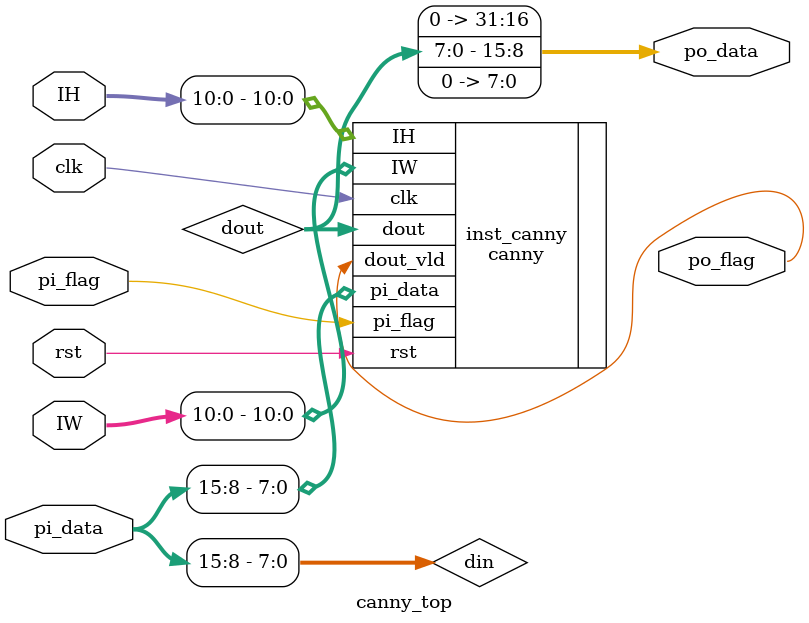
<source format=v>
module canny_top(
	input 	wire 			clk,
	input 	wire 			rst,
	input 	wire 			pi_flag,
	input 	wire 	[31:0]	pi_data,
	input 	wire 	[11:0] 	IH,
	input 	wire 	[11:0] 	IW,
	output	wire 	[31:0] 	po_data,
	output 	wire 			po_flag
	);

wire [7:0]	din;
wire [7:0] 	dout;

assign 	din = pi_data[15:8];
assign 	po_data = {16'b0,dout,8'b0};

	canny inst_canny(
			.clk      (clk),
			.rst      (rst),
			.pi_flag  (pi_flag),
			.pi_data  (din),
			.IH       (IH[10:0]),
			.IW       (IW[10:0]),
			.dout     (dout),
			.dout_vld (po_flag)
		);



endmodule
</source>
